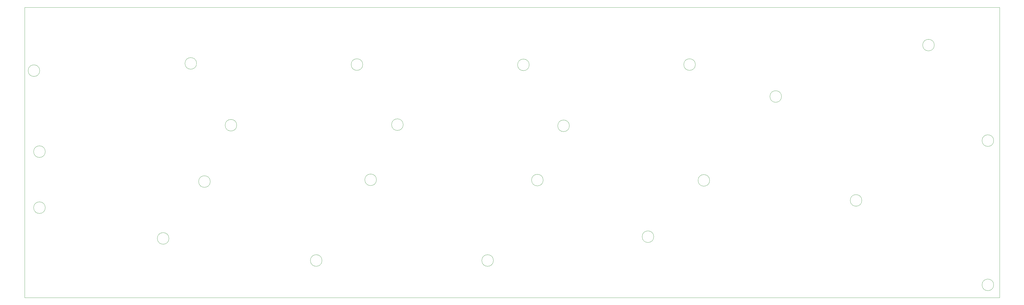
<source format=gbr>
%TF.GenerationSoftware,KiCad,Pcbnew,7.0.7*%
%TF.CreationDate,2023-10-31T18:53:21-05:00*%
%TF.ProjectId,KeyboardPCB,4b657962-6f61-4726-9450-43422e6b6963,rev?*%
%TF.SameCoordinates,Original*%
%TF.FileFunction,Profile,NP*%
%FSLAX46Y46*%
G04 Gerber Fmt 4.6, Leading zero omitted, Abs format (unit mm)*
G04 Created by KiCad (PCBNEW 7.0.7) date 2023-10-31 18:53:21*
%MOMM*%
%LPD*%
G01*
G04 APERTURE LIST*
%TA.AperFunction,Profile*%
%ADD10C,0.100000*%
%TD*%
G04 APERTURE END LIST*
D10*
X433000000Y-213300000D02*
G75*
G03*
X433000000Y-213300000I-2000000J0D01*
G01*
X409700000Y-252300000D02*
G75*
G03*
X409700000Y-252300000I-2000000J0D01*
G01*
X367200000Y-222400000D02*
G75*
G03*
X367200000Y-222400000I-2000000J0D01*
G01*
X620200000Y-203400000D02*
G75*
G03*
X620200000Y-203400000I-2000000J0D01*
G01*
X462300000Y-259900000D02*
G75*
G03*
X462300000Y-259900000I-2000000J0D01*
G01*
X693100000Y-268300000D02*
G75*
G03*
X693100000Y-268300000I-2000000J0D01*
G01*
X647800000Y-239200000D02*
G75*
G03*
X647800000Y-239200000I-2000000J0D01*
G01*
X533500000Y-192500000D02*
G75*
G03*
X533500000Y-192500000I-2000000J0D01*
G01*
X576300000Y-251700000D02*
G75*
G03*
X576300000Y-251700000I-2000000J0D01*
G01*
X367200000Y-241700000D02*
G75*
G03*
X367200000Y-241700000I-2000000J0D01*
G01*
X595500000Y-232300000D02*
G75*
G03*
X595500000Y-232300000I-2000000J0D01*
G01*
X476300000Y-192400000D02*
G75*
G03*
X476300000Y-192400000I-2000000J0D01*
G01*
X538300000Y-232200000D02*
G75*
G03*
X538300000Y-232200000I-2000000J0D01*
G01*
X360073000Y-172679000D02*
X695100000Y-172679000D01*
X695100000Y-272679000D01*
X360073000Y-272679000D01*
X360073000Y-172679000D01*
X547300000Y-213500000D02*
G75*
G03*
X547300000Y-213500000I-2000000J0D01*
G01*
X521200000Y-259900000D02*
G75*
G03*
X521200000Y-259900000I-2000000J0D01*
G01*
X365300000Y-194500000D02*
G75*
G03*
X365300000Y-194500000I-2000000J0D01*
G01*
X693100000Y-218600000D02*
G75*
G03*
X693100000Y-218600000I-2000000J0D01*
G01*
X490200000Y-213100000D02*
G75*
G03*
X490200000Y-213100000I-2000000J0D01*
G01*
X590600000Y-192400000D02*
G75*
G03*
X590600000Y-192400000I-2000000J0D01*
G01*
X481000000Y-232100000D02*
G75*
G03*
X481000000Y-232100000I-2000000J0D01*
G01*
X419200000Y-192000000D02*
G75*
G03*
X419200000Y-192000000I-2000000J0D01*
G01*
X672700000Y-185700000D02*
G75*
G03*
X672700000Y-185700000I-2000000J0D01*
G01*
X423900000Y-232700000D02*
G75*
G03*
X423900000Y-232700000I-2000000J0D01*
G01*
M02*

</source>
